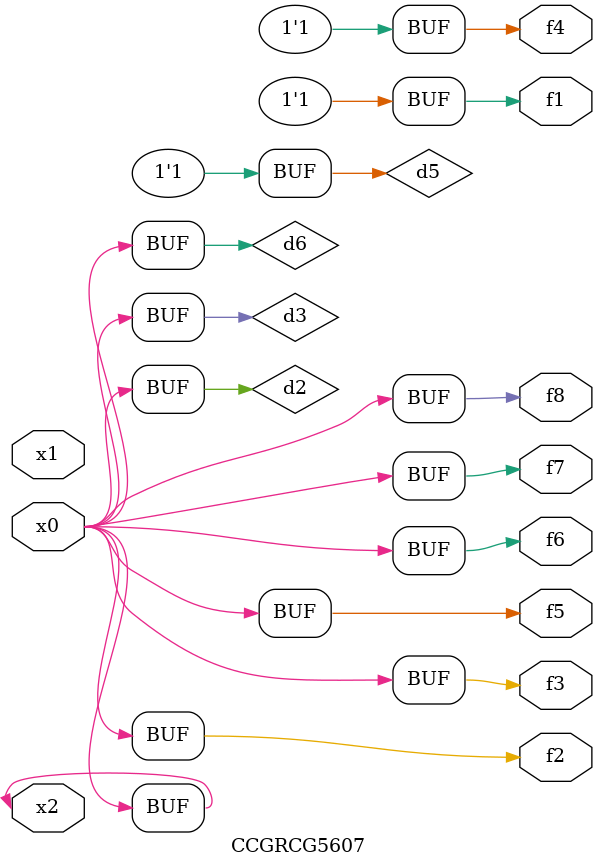
<source format=v>
module CCGRCG5607(
	input x0, x1, x2,
	output f1, f2, f3, f4, f5, f6, f7, f8
);

	wire d1, d2, d3, d4, d5, d6;

	xnor (d1, x2);
	buf (d2, x0, x2);
	and (d3, x0);
	xnor (d4, x1, x2);
	nand (d5, d1, d3);
	buf (d6, d2, d3);
	assign f1 = d5;
	assign f2 = d6;
	assign f3 = d6;
	assign f4 = d5;
	assign f5 = d6;
	assign f6 = d6;
	assign f7 = d6;
	assign f8 = d6;
endmodule

</source>
